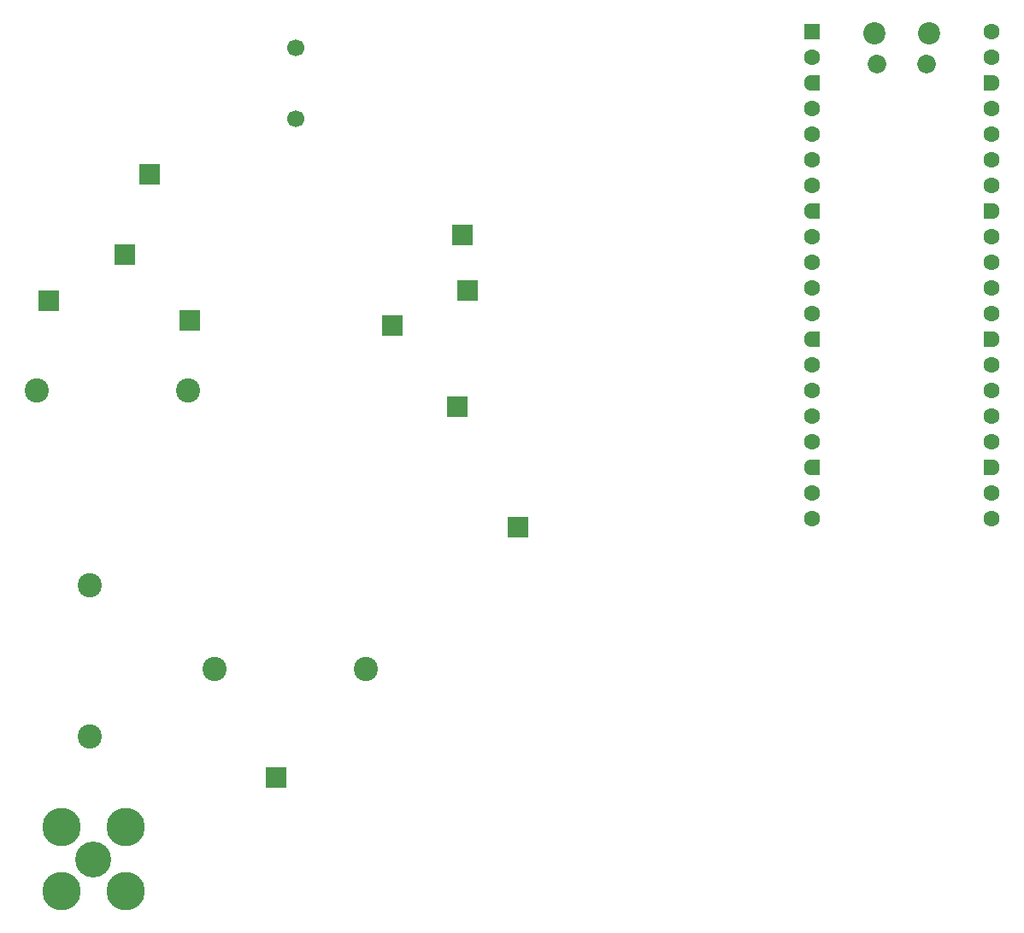
<source format=gbr>
%TF.GenerationSoftware,KiCad,Pcbnew,9.0.1*%
%TF.CreationDate,2025-05-08T16:30:00-07:00*%
%TF.ProjectId,Revision_Board,52657669-7369-46f6-9e5f-426f6172642e,rev?*%
%TF.SameCoordinates,Original*%
%TF.FileFunction,Soldermask,Bot*%
%TF.FilePolarity,Negative*%
%FSLAX46Y46*%
G04 Gerber Fmt 4.6, Leading zero omitted, Abs format (unit mm)*
G04 Created by KiCad (PCBNEW 9.0.1) date 2025-05-08 16:30:00*
%MOMM*%
%LPD*%
G01*
G04 APERTURE LIST*
G04 Aperture macros list*
%AMRoundRect*
0 Rectangle with rounded corners*
0 $1 Rounding radius*
0 $2 $3 $4 $5 $6 $7 $8 $9 X,Y pos of 4 corners*
0 Add a 4 corners polygon primitive as box body*
4,1,4,$2,$3,$4,$5,$6,$7,$8,$9,$2,$3,0*
0 Add four circle primitives for the rounded corners*
1,1,$1+$1,$2,$3*
1,1,$1+$1,$4,$5*
1,1,$1+$1,$6,$7*
1,1,$1+$1,$8,$9*
0 Add four rect primitives between the rounded corners*
20,1,$1+$1,$2,$3,$4,$5,0*
20,1,$1+$1,$4,$5,$6,$7,0*
20,1,$1+$1,$6,$7,$8,$9,0*
20,1,$1+$1,$8,$9,$2,$3,0*%
%AMFreePoly0*
4,1,37,0.603843,0.796157,0.639018,0.796157,0.711114,0.766294,0.766294,0.711114,0.796157,0.639018,0.796157,0.603843,0.800000,0.600000,0.800000,-0.600000,0.796157,-0.603843,0.796157,-0.639018,0.766294,-0.711114,0.711114,-0.766294,0.639018,-0.796157,0.603843,-0.796157,0.600000,-0.800000,0.000000,-0.800000,0.000000,-0.796148,-0.078414,-0.796148,-0.232228,-0.765552,-0.377117,-0.705537,
-0.507515,-0.618408,-0.618408,-0.507515,-0.705537,-0.377117,-0.765552,-0.232228,-0.796148,-0.078414,-0.796148,0.078414,-0.765552,0.232228,-0.705537,0.377117,-0.618408,0.507515,-0.507515,0.618408,-0.377117,0.705537,-0.232228,0.765552,-0.078414,0.796148,0.000000,0.796148,0.000000,0.800000,0.600000,0.800000,0.603843,0.796157,0.603843,0.796157,$1*%
%AMFreePoly1*
4,1,37,0.000000,0.796148,0.078414,0.796148,0.232228,0.765552,0.377117,0.705537,0.507515,0.618408,0.618408,0.507515,0.705537,0.377117,0.765552,0.232228,0.796148,0.078414,0.796148,-0.078414,0.765552,-0.232228,0.705537,-0.377117,0.618408,-0.507515,0.507515,-0.618408,0.377117,-0.705537,0.232228,-0.765552,0.078414,-0.796148,0.000000,-0.796148,0.000000,-0.800000,-0.600000,-0.800000,
-0.603843,-0.796157,-0.639018,-0.796157,-0.711114,-0.766294,-0.766294,-0.711114,-0.796157,-0.639018,-0.796157,-0.603843,-0.800000,-0.600000,-0.800000,0.600000,-0.796157,0.603843,-0.796157,0.639018,-0.766294,0.711114,-0.711114,0.766294,-0.639018,0.796157,-0.603843,0.796157,-0.600000,0.800000,0.000000,0.800000,0.000000,0.796148,0.000000,0.796148,$1*%
G04 Aperture macros list end*
%ADD10R,2.000000X2.000000*%
%ADD11C,2.400000*%
%ADD12C,1.700000*%
%ADD13C,2.200000*%
%ADD14C,1.850000*%
%ADD15RoundRect,0.200000X-0.600000X-0.600000X0.600000X-0.600000X0.600000X0.600000X-0.600000X0.600000X0*%
%ADD16C,1.600000*%
%ADD17FreePoly0,0.000000*%
%ADD18FreePoly1,0.000000*%
%ADD19C,3.556000*%
%ADD20C,3.810000*%
G04 APERTURE END LIST*
D10*
%TO.C,TP8(180)1*%
X14575000Y-40432500D03*
%TD*%
%TO.C,TP1(Q)1*%
X55575000Y-33932500D03*
%TD*%
%TO.C,TP7(90)1*%
X56075000Y-39432500D03*
%TD*%
D11*
%TO.C,L2*%
X31000000Y-77000000D03*
X46000000Y-77000000D03*
%TD*%
D12*
%TO.C,J3*%
X39075000Y-15432500D03*
X39075000Y-22432500D03*
%TD*%
D10*
%TO.C,TP3(I)1*%
X24575000Y-27932500D03*
%TD*%
%TO.C,TP9(QLO)1*%
X61075000Y-62932500D03*
%TD*%
%TO.C,TP10 (ILO)1*%
X55075000Y-50932500D03*
%TD*%
D11*
%TO.C,L3*%
X18675000Y-83670000D03*
X18675000Y-68670000D03*
%TD*%
D10*
%TO.C,TP6*%
X48575000Y-42932500D03*
%TD*%
%TO.C,TP13(RXNS)1*%
X28575000Y-42432500D03*
%TD*%
D11*
%TO.C,L1*%
X13360000Y-49337500D03*
X28360000Y-49337500D03*
%TD*%
D10*
%TO.C,TP14(RXIN)1*%
X37105000Y-87715000D03*
%TD*%
D13*
%TO.C,A1*%
X96350000Y-13970000D03*
D14*
X96650000Y-17000000D03*
X101500000Y-17000000D03*
D13*
X101800000Y-13970000D03*
D15*
X90185000Y-13840000D03*
D16*
X90185000Y-16380000D03*
D17*
X90185000Y-18920000D03*
D16*
X90185000Y-21460000D03*
X90185000Y-24000000D03*
X90185000Y-26540000D03*
X90185000Y-29080000D03*
D17*
X90185000Y-31620000D03*
D16*
X90185000Y-34160000D03*
X90185000Y-36700000D03*
X90185000Y-39240000D03*
X90185000Y-41780000D03*
D17*
X90185000Y-44320000D03*
D16*
X90185000Y-46860000D03*
X90185000Y-49400000D03*
X90185000Y-51940000D03*
X90185000Y-54480000D03*
D17*
X90185000Y-57020000D03*
D16*
X90185000Y-59560000D03*
X90185000Y-62100000D03*
X107965000Y-62100000D03*
X107965000Y-59560000D03*
D18*
X107965000Y-57020000D03*
D16*
X107965000Y-54480000D03*
X107965000Y-51940000D03*
X107965000Y-49400000D03*
X107965000Y-46860000D03*
D18*
X107965000Y-44320000D03*
D16*
X107965000Y-41780000D03*
X107965000Y-39240000D03*
X107965000Y-36700000D03*
X107965000Y-34160000D03*
D18*
X107965000Y-31620000D03*
D16*
X107965000Y-29080000D03*
X107965000Y-26540000D03*
X107965000Y-24000000D03*
X107965000Y-21460000D03*
D18*
X107965000Y-18920000D03*
D16*
X107965000Y-16380000D03*
X107965000Y-13840000D03*
%TD*%
D19*
%TO.C,J1*%
X19000000Y-95845000D03*
D20*
X22175000Y-92670000D03*
X15825000Y-92670000D03*
X22175000Y-99020000D03*
X15825000Y-99020000D03*
%TD*%
D10*
%TO.C,TP2(0)1*%
X22075000Y-35932500D03*
%TD*%
M02*

</source>
